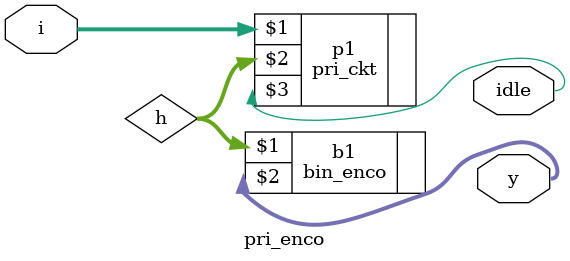
<source format=v>
module pri_enco(input[7:0]i,output [2:0]y,output idle);
wire[7:0]h;
pri_ckt p1(i,h,idle);
bin_enco b1(h,y);
endmodule

</source>
